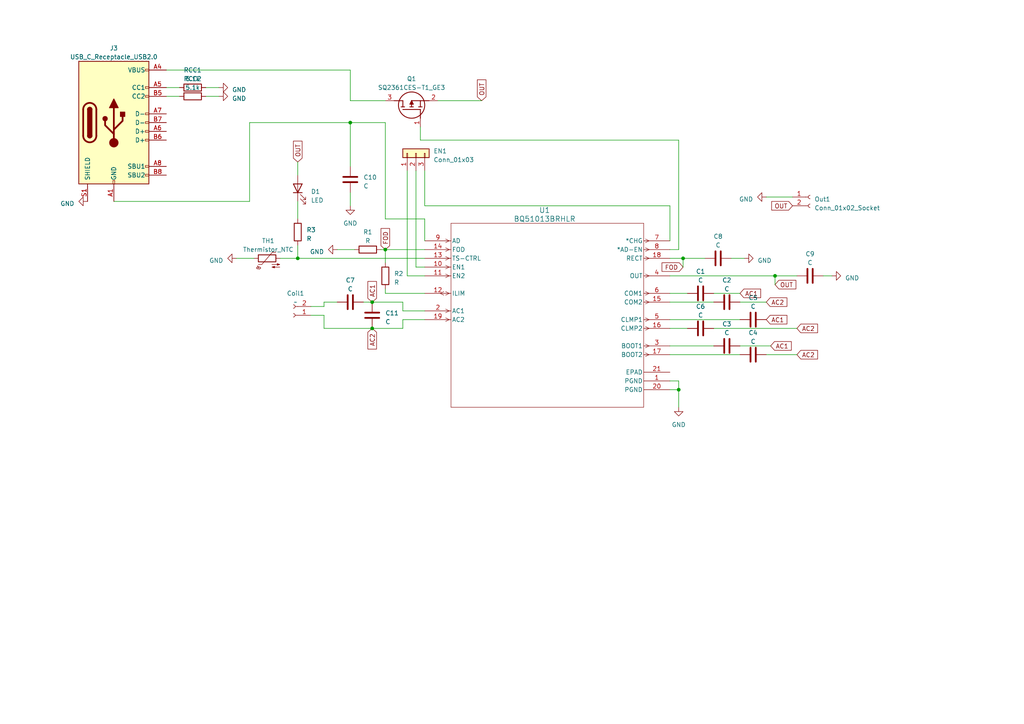
<source format=kicad_sch>
(kicad_sch (version 20230121) (generator eeschema)
  (paper "A4")
  (lib_symbols
    (symbol "BQ5101:BQ51013BRHLR" (pin_names (offset 0.254))
      (property "Reference" "U" (at 35.56 10.16 0))
      (property "Value" "BQ51013BRHLR" (at 35.56 7.62 0))
      (symbol "BQ51013BRHLR_0_1"
        (polyline (pts (xy 5.5372 -15.7607) (xy 4.4958 -15.24)) (stroke (width 0.127)))
        (polyline (pts (xy 5.5372 -14.7193) (xy 4.4958 -15.24)) (stroke (width 0.127)))
        (polyline (pts (xy 7.0993 -22.86) (xy 6.0579 -23.3807)) (stroke (width 0.127)))
        (polyline (pts (xy 7.0993 -22.86) (xy 6.0579 -22.3393)) (stroke (width 0.127)))
        (polyline (pts (xy 7.0993 -20.32) (xy 6.0579 -20.8407)) (stroke (width 0.127)))
        (polyline (pts (xy 7.0993 -20.32) (xy 6.0579 -19.7993)) (stroke (width 0.127)))
        (polyline (pts (xy 7.0993 -15.24) (xy 6.0579 -15.7607)) (stroke (width 0.127)))
        (polyline (pts (xy 7.0993 -15.24) (xy 6.0579 -14.7193)) (stroke (width 0.127)))
        (polyline (pts (xy 7.0993 -10.16) (xy 6.0579 -10.6807)) (stroke (width 0.127)))
        (polyline (pts (xy 7.0993 -10.16) (xy 6.0579 -9.6393)) (stroke (width 0.127)))
        (polyline (pts (xy 7.0993 -7.62) (xy 6.0579 -8.1407)) (stroke (width 0.127)))
        (polyline (pts (xy 7.0993 -7.62) (xy 6.0579 -7.0993)) (stroke (width 0.127)))
        (polyline (pts (xy 7.0993 -5.08) (xy 6.0579 -5.6007)) (stroke (width 0.127)))
        (polyline (pts (xy 7.0993 -5.08) (xy 6.0579 -4.5593)) (stroke (width 0.127)))
        (polyline (pts (xy 7.0993 -2.54) (xy 6.0579 -3.0607)) (stroke (width 0.127)))
        (polyline (pts (xy 7.0993 -2.54) (xy 6.0579 -2.0193)) (stroke (width 0.127)))
        (polyline (pts (xy 7.0993 0) (xy 6.0579 -0.5207)) (stroke (width 0.127)))
        (polyline (pts (xy 7.0993 0) (xy 6.0579 0.5207)) (stroke (width 0.127)))
        (polyline (pts (xy 7.62 -48.26) (xy 63.5 -48.26)) (stroke (width 0.127)))
        (polyline (pts (xy 7.62 5.08) (xy 7.62 -48.26)) (stroke (width 0.127)))
        (polyline (pts (xy 63.5 -48.26) (xy 63.5 5.08)) (stroke (width 0.127)))
        (polyline (pts (xy 63.5 5.08) (xy 7.62 5.08)) (stroke (width 0.127)))
        (polyline (pts (xy 64.0207 -33.5407) (xy 65.0621 -33.02)) (stroke (width 0.127)))
        (polyline (pts (xy 64.0207 -32.4993) (xy 65.0621 -33.02)) (stroke (width 0.127)))
        (polyline (pts (xy 64.0207 -31.0007) (xy 65.0621 -30.48)) (stroke (width 0.127)))
        (polyline (pts (xy 64.0207 -29.9593) (xy 65.0621 -30.48)) (stroke (width 0.127)))
        (polyline (pts (xy 64.0207 -25.9207) (xy 65.0621 -25.4)) (stroke (width 0.127)))
        (polyline (pts (xy 64.0207 -24.8793) (xy 65.0621 -25.4)) (stroke (width 0.127)))
        (polyline (pts (xy 64.0207 -23.3807) (xy 65.0621 -22.86)) (stroke (width 0.127)))
        (polyline (pts (xy 64.0207 -22.3393) (xy 65.0621 -22.86)) (stroke (width 0.127)))
        (polyline (pts (xy 64.0207 -18.3007) (xy 65.0621 -17.78)) (stroke (width 0.127)))
        (polyline (pts (xy 64.0207 -17.2593) (xy 65.0621 -17.78)) (stroke (width 0.127)))
        (polyline (pts (xy 64.0207 -15.7607) (xy 65.0621 -15.24)) (stroke (width 0.127)))
        (polyline (pts (xy 64.0207 -14.7193) (xy 65.0621 -15.24)) (stroke (width 0.127)))
        (polyline (pts (xy 64.0207 -10.6807) (xy 65.0621 -10.16)) (stroke (width 0.127)))
        (polyline (pts (xy 64.0207 -9.6393) (xy 65.0621 -10.16)) (stroke (width 0.127)))
        (polyline (pts (xy 64.0207 -5.6007) (xy 65.0621 -5.08)) (stroke (width 0.127)))
        (polyline (pts (xy 64.0207 -4.5593) (xy 65.0621 -5.08)) (stroke (width 0.127)))
        (polyline (pts (xy 64.0207 -3.0607) (xy 65.0621 -2.54)) (stroke (width 0.127)))
        (polyline (pts (xy 64.0207 -2.0193) (xy 65.0621 -2.54)) (stroke (width 0.127)))
        (polyline (pts (xy 64.0207 -0.5207) (xy 65.0621 0)) (stroke (width 0.127)))
        (polyline (pts (xy 64.0207 0.5207) (xy 65.0621 0)) (stroke (width 0.127)))
        (pin power_in line (at 71.12 -40.64 180) (length 7.62) (name "PGND") (number "1"))
        (pin input line (at 0 -7.62 0) (length 7.62) (name "EN1") (number "10"))
        (pin input line (at 0 -10.16 0) (length 7.62) (name "EN2") (number "11"))
        (pin bidirectional line (at 0 -15.24 0) (length 7.62) (name "ILIM") (number "12"))
        (pin input line (at 0 -5.08 0) (length 7.62) (name "TS-CTRL") (number "13"))
        (pin input line (at 0 -2.54 0) (length 7.62) (name "FOD") (number "14"))
        (pin output line (at 71.12 -17.78 180) (length 7.62) (name "COM2") (number "15"))
        (pin output line (at 71.12 -25.4 180) (length 7.62) (name "CLMP2") (number "16"))
        (pin output line (at 71.12 -33.02 180) (length 7.62) (name "BOOT2") (number "17"))
        (pin output line (at 71.12 -5.08 180) (length 7.62) (name "RECT") (number "18"))
        (pin input line (at 0 -22.86 0) (length 7.62) (name "AC2") (number "19"))
        (pin input line (at 0 -20.32 0) (length 7.62) (name "AC1") (number "2"))
        (pin power_in line (at 71.12 -43.18 180) (length 7.62) (name "PGND") (number "20"))
        (pin unspecified line (at 71.12 -38.1 180) (length 7.62) (name "EPAD") (number "21"))
        (pin output line (at 71.12 -30.48 180) (length 7.62) (name "BOOT1") (number "3"))
        (pin output line (at 71.12 -10.16 180) (length 7.62) (name "OUT") (number "4"))
        (pin output line (at 71.12 -22.86 180) (length 7.62) (name "CLMP1") (number "5"))
        (pin output line (at 71.12 -15.24 180) (length 7.62) (name "COM1") (number "6"))
        (pin output line (at 71.12 0 180) (length 7.62) (name "*CHG") (number "7"))
        (pin output line (at 71.12 -2.54 180) (length 7.62) (name "*AD-EN") (number "8"))
        (pin input line (at 0 0 0) (length 7.62) (name "AD") (number "9"))
      )
    )
    (symbol "Connector:Conn_01x02_Socket" (pin_names (offset 1.016) hide)
      (property "Reference" "J" (at 0 2.54 0))
      (property "Value" "Conn_01x02_Socket" (at 0 -5.08 0))
      (symbol "Conn_01x02_Socket_1_1"
        (arc (start 0 -2.032) (mid -0.5058 -2.54) (end 0 -3.048) (stroke (width 0.1524)))
        (polyline (pts (xy -1.27 -2.54) (xy -0.508 -2.54)) (stroke (width 0.1524)))
        (polyline (pts (xy -1.27 0) (xy -0.508 0)) (stroke (width 0.1524)))
        (arc (start 0 0.508) (mid -0.5058 0) (end 0 -0.508) (stroke (width 0.1524)))
        (pin passive line (at -5.08 0 0) (length 3.81) (name "Pin_1") (number "1"))
        (pin passive line (at -5.08 -2.54 0) (length 3.81) (name "Pin_2") (number "2"))
      )
    )
    (symbol "Connector:USB_C_Receptacle_USB2.0" (pin_names (offset 1.016))
      (property "Reference" "J" (at -10.16 19.05 0))
      (property "Value" "USB_C_Receptacle_USB2.0" (at 19.05 19.05 0))
      (symbol "USB_C_Receptacle_USB2.0_0_0"
        (rectangle (start -0.254 -17.78) (end 0.254 -16.764))
        (rectangle (start 10.16 -14.986) (end 9.144 -15.494))
        (rectangle (start 10.16 -12.446) (end 9.144 -12.954))
        (rectangle (start 10.16 -4.826) (end 9.144 -5.334))
        (rectangle (start 10.16 -2.286) (end 9.144 -2.794))
        (rectangle (start 10.16 0.254) (end 9.144 -0.254))
        (rectangle (start 10.16 2.794) (end 9.144 2.286))
        (rectangle (start 10.16 7.874) (end 9.144 7.366))
        (rectangle (start 10.16 10.414) (end 9.144 9.906))
        (rectangle (start 10.16 15.494) (end 9.144 14.986))
      )
      (symbol "USB_C_Receptacle_USB2.0_0_1"
        (rectangle (start -10.16 17.78) (end 10.16 -17.78) (stroke (width 0.254)) (fill (type background)))
        (arc (start -8.89 -3.81) (mid -6.985 -5.7067) (end -5.08 -3.81) (stroke (width 0.508)))
        (arc (start -7.62 -3.81) (mid -6.985 -4.4423) (end -6.35 -3.81) (stroke (width 0.254)))
        (arc (start -7.62 -3.81) (mid -6.985 -4.4423) (end -6.35 -3.81) (stroke (width 0.254)) (fill (type outline)))
        (rectangle (start -7.62 -3.81) (end -6.35 3.81) (stroke (width 0.254)) (fill (type outline)))
        (arc (start -6.35 3.81) (mid -6.985 4.4423) (end -7.62 3.81) (stroke (width 0.254)))
        (arc (start -6.35 3.81) (mid -6.985 4.4423) (end -7.62 3.81) (stroke (width 0.254)) (fill (type outline)))
        (arc (start -5.08 3.81) (mid -6.985 5.7067) (end -8.89 3.81) (stroke (width 0.508)))
        (circle (center -2.54 1.143) (radius 0.635) (stroke (width 0.254)) (fill (type outline)))
        (circle (center 0 -5.842) (radius 1.27) (fill (type outline)))
        (polyline (pts (xy -8.89 -3.81) (xy -8.89 3.81)) (stroke (width 0.508)))
        (polyline (pts (xy -5.08 3.81) (xy -5.08 -3.81)) (stroke (width 0.508)))
        (polyline (pts (xy 0 -5.842) (xy 0 4.318)) (stroke (width 0.508)))
        (polyline (pts (xy 0 -3.302) (xy -2.54 -0.762) (xy -2.54 0.508)) (stroke (width 0.508)))
        (polyline (pts (xy 0 -2.032) (xy 2.54 0.508) (xy 2.54 1.778)) (stroke (width 0.508)))
        (polyline (pts (xy -1.27 4.318) (xy 0 6.858) (xy 1.27 4.318) (xy -1.27 4.318)) (stroke (width 0.254)) (fill (type outline)))
        (rectangle (start 1.905 1.778) (end 3.175 3.048) (stroke (width 0.254)) (fill (type outline)))
      )
      (symbol "USB_C_Receptacle_USB2.0_1_1"
        (pin passive line (at 0 -22.86 90) (length 5.08) (name "GND") (number "A1"))
        (pin passive line (at 0 -22.86 90) (length 5.08) hide (name "GND") (number "A12"))
        (pin passive line (at 15.24 15.24 180) (length 5.08) (name "VBUS") (number "A4"))
        (pin bidirectional line (at 15.24 10.16 180) (length 5.08) (name "CC1") (number "A5"))
        (pin bidirectional line (at 15.24 -2.54 180) (length 5.08) (name "D+") (number "A6"))
        (pin bidirectional line (at 15.24 2.54 180) (length 5.08) (name "D-") (number "A7"))
        (pin bidirectional line (at 15.24 -12.7 180) (length 5.08) (name "SBU1") (number "A8"))
        (pin passive line (at 15.24 15.24 180) (length 5.08) hide (name "VBUS") (number "A9"))
        (pin passive line (at 0 -22.86 90) (length 5.08) hide (name "GND") (number "B1"))
        (pin passive line (at 0 -22.86 90) (length 5.08) hide (name "GND") (number "B12"))
        (pin passive line (at 15.24 15.24 180) (length 5.08) hide (name "VBUS") (number "B4"))
        (pin bidirectional line (at 15.24 7.62 180) (length 5.08) (name "CC2") (number "B5"))
        (pin bidirectional line (at 15.24 -5.08 180) (length 5.08) (name "D+") (number "B6"))
        (pin bidirectional line (at 15.24 0 180) (length 5.08) (name "D-") (number "B7"))
        (pin bidirectional line (at 15.24 -15.24 180) (length 5.08) (name "SBU2") (number "B8"))
        (pin passive line (at 15.24 15.24 180) (length 5.08) hide (name "VBUS") (number "B9"))
        (pin passive line (at -7.62 -22.86 90) (length 5.08) (name "SHIELD") (number "S1"))
      )
    )
    (symbol "Connector_Generic:Conn_01x03" (pin_names (offset 1.016) hide)
      (property "Reference" "J" (at 0 5.08 0))
      (property "Value" "Conn_01x03" (at 0 -5.08 0))
      (symbol "Conn_01x03_1_1"
        (rectangle (start -1.27 -2.413) (end 0 -2.667) (stroke (width 0.1524)))
        (rectangle (start -1.27 0.127) (end 0 -0.127) (stroke (width 0.1524)))
        (rectangle (start -1.27 2.667) (end 0 2.413) (stroke (width 0.1524)))
        (rectangle (start -1.27 3.81) (end 1.27 -3.81) (stroke (width 0.254)) (fill (type background)))
        (pin passive line (at -5.08 2.54 0) (length 3.81) (name "Pin_1") (number "1"))
        (pin passive line (at -5.08 0 0) (length 3.81) (name "Pin_2") (number "2"))
        (pin passive line (at -5.08 -2.54 0) (length 3.81) (name "Pin_3") (number "3"))
      )
    )
    (symbol "Device:C" (pin_numbers hide) (pin_names (offset 0.254))
      (property "Reference" "C" (at 0.635 2.54 0))
      (property "Value" "C" (at 0.635 -2.54 0))
      (symbol "C_0_1"
        (polyline (pts (xy -2.032 -0.762) (xy 2.032 -0.762)) (stroke (width 0.508)))
        (polyline (pts (xy -2.032 0.762) (xy 2.032 0.762)) (stroke (width 0.508)))
      )
      (symbol "C_1_1"
        (pin passive line (at 0 3.81 270) (length 2.794) (name "~") (number "1"))
        (pin passive line (at 0 -3.81 90) (length 2.794) (name "~") (number "2"))
      )
    )
    (symbol "Device:LED" (pin_numbers hide) (pin_names (offset 1.016) hide)
      (property "Reference" "D" (at 0 2.54 0))
      (property "Value" "LED" (at 0 -2.54 0))
      (symbol "LED_0_1"
        (polyline (pts (xy -1.27 -1.27) (xy -1.27 1.27)) (stroke (width 0.254)))
        (polyline (pts (xy -1.27 0) (xy 1.27 0)))
        (polyline (pts (xy 1.27 -1.27) (xy 1.27 1.27) (xy -1.27 0) (xy 1.27 -1.27)) (stroke (width 0.254)))
        (polyline (pts (xy -3.048 -0.762) (xy -4.572 -2.286) (xy -3.81 -2.286) (xy -4.572 -2.286) (xy -4.572 -1.524)))
        (polyline (pts (xy -1.778 -0.762) (xy -3.302 -2.286) (xy -2.54 -2.286) (xy -3.302 -2.286) (xy -3.302 -1.524)))
      )
      (symbol "LED_1_1"
        (pin passive line (at -3.81 0 0) (length 2.54) (name "K") (number "1"))
        (pin passive line (at 3.81 0 180) (length 2.54) (name "A") (number "2"))
      )
    )
    (symbol "Device:R" (pin_numbers hide) (pin_names (offset 0))
      (property "Reference" "R" (at 2.032 0 90))
      (property "Value" "R" (at 0 0 90))
      (symbol "R_0_1"
        (rectangle (start -1.016 -2.54) (end 1.016 2.54) (stroke (width 0.254)))
      )
      (symbol "R_1_1"
        (pin passive line (at 0 3.81 270) (length 1.27) (name "~") (number "1"))
        (pin passive line (at 0 -3.81 90) (length 1.27) (name "~") (number "2"))
      )
    )
    (symbol "Device:Thermistor_NTC" (pin_numbers hide) (pin_names (offset 0))
      (property "Reference" "TH" (at -4.445 0 90))
      (property "Value" "Thermistor_NTC" (at 3.175 0 90))
      (symbol "Thermistor_NTC_0_1"
        (arc (start -3.048 2.159) (mid -3.0495 2.3143) (end -3.175 2.413))
        (arc (start -3.048 2.159) (mid -2.9736 1.9794) (end -2.794 1.905))
        (arc (start -3.048 2.794) (mid -2.9736 2.6144) (end -2.794 2.54))
        (arc (start -2.794 1.905) (mid -2.6144 1.9794) (end -2.54 2.159))
        (arc (start -2.794 2.54) (mid -2.4393 2.5587) (end -2.159 2.794))
        (arc (start -2.794 3.048) (mid -2.9736 2.9736) (end -3.048 2.794))
        (arc (start -2.54 2.794) (mid -2.6144 2.9736) (end -2.794 3.048))
        (rectangle (start -1.016 2.54) (end 1.016 -2.54) (stroke (width 0.254)))
        (polyline (pts (xy -2.54 2.159) (xy -2.54 2.794)))
        (polyline (pts (xy -1.778 2.54) (xy -1.778 1.524) (xy 1.778 -1.524) (xy 1.778 -2.54)))
        (polyline (pts (xy -2.54 -3.683) (xy -2.54 -1.397) (xy -2.794 -2.159) (xy -2.286 -2.159) (xy -2.54 -1.397) (xy -2.54 -1.651)) (fill (type outline)))
        (polyline (pts (xy -1.778 -1.397) (xy -1.778 -3.683) (xy -2.032 -2.921) (xy -1.524 -2.921) (xy -1.778 -3.683) (xy -1.778 -3.429)) (fill (type outline)))
      )
      (symbol "Thermistor_NTC_1_1"
        (pin passive line (at 0 3.81 270) (length 1.27) (name "~") (number "1"))
        (pin passive line (at 0 -3.81 90) (length 1.27) (name "~") (number "2"))
      )
    )
    (symbol "SQ2361CES:SQ2361CES-T1_GE3" (pin_names hide)
      (property "Reference" "Q" (at 11.43 3.81 0))
      (property "Value" "SQ2361CES-T1_GE3" (at 11.43 1.27 0))
      (symbol "SQ2361CES-T1_GE3_1_1"
        (polyline (pts (xy 2.54 0) (xy 5.08 0)) (stroke (width 0.254)))
        (polyline (pts (xy 5.08 5.08) (xy 5.08 0)) (stroke (width 0.254)))
        (polyline (pts (xy 5.842 -0.508) (xy 5.842 0.508)) (stroke (width 0.254)))
        (polyline (pts (xy 5.842 0) (xy 7.62 0)) (stroke (width 0.254)))
        (polyline (pts (xy 5.842 2.032) (xy 5.842 3.048)) (stroke (width 0.254)))
        (polyline (pts (xy 5.842 5.588) (xy 5.842 4.572)) (stroke (width 0.254)))
        (polyline (pts (xy 7.62 2.54) (xy 5.842 2.54)) (stroke (width 0.254)))
        (polyline (pts (xy 7.62 2.54) (xy 7.62 -2.54)) (stroke (width 0.254)))
        (polyline (pts (xy 7.62 5.08) (xy 5.842 5.08)) (stroke (width 0.254)))
        (polyline (pts (xy 7.62 5.08) (xy 7.62 7.62)) (stroke (width 0.254)))
        (polyline (pts (xy 7.62 2.54) (xy 6.604 3.048) (xy 6.604 2.032) (xy 7.62 2.54)) (stroke (width 0.254)) (fill (type outline)))
        (circle (center 6.35 2.54) (radius 3.81) (stroke (width 0.254)))
        (pin passive line (at 0 0 0) (length 2.54) (name "G") (number "1"))
        (pin passive line (at 7.62 -5.08 90) (length 2.54) (name "S") (number "2"))
        (pin passive line (at 7.62 10.16 270) (length 2.54) (name "D") (number "3"))
      )
    )
    (symbol "power:GND" (power) (pin_names (offset 0))
      (property "Value" "GND" (at 0 -3.81 0))
      (symbol "GND_0_1"
        (polyline (pts (xy 0 0) (xy 0 -1.27) (xy 1.27 -1.27) (xy 0 -2.54) (xy -1.27 -1.27) (xy 0 -1.27)))
      )
      (symbol "GND_1_1"
        (pin power_in line (at 0 0 270) (length 0) hide (name "GND") (number "1"))
      )
    )
  )
  (junction (at 198.12 74.93))
  (junction (at 224.79 80.01))
  (junction (at 111.76 72.39))
  (junction (at 196.85 113.03))
  (junction (at 101.6 35.56))
  (junction (at 107.95 87.63))
  (junction (at 86.36 74.93))
  (junction (at 107.95 95.25))
  (wire (pts (xy 123.19 59.69) (xy 194.31 59.69)))
  (wire (pts (xy 111.76 63.5) (xy 111.76 35.56)))
  (wire (pts (xy 111.76 29.21) (xy 101.6 29.21)))
  (wire (pts (xy 110.49 72.39) (xy 111.76 72.39)))
  (wire (pts (xy 118.11 80.01) (xy 123.19 80.01)))
  (wire (pts (xy 86.36 46.99) (xy 86.36 50.8)))
  (wire (pts (xy 196.85 113.03) (xy 196.85 118.11)))
  (wire (pts (xy 86.36 58.42) (xy 86.36 63.5)))
  (wire (pts (xy 116.84 87.63) (xy 107.95 87.63)))
  (wire (pts (xy 121.92 40.64) (xy 196.85 40.64)))
  (wire (pts (xy 81.28 74.93) (xy 86.36 74.93)))
  (wire (pts (xy 123.19 63.5) (xy 111.76 63.5)))
  (wire (pts (xy 111.76 85.09) (xy 111.76 83.82)))
  (wire (pts (xy 90.17 91.44) (xy 93.98 91.44)))
  (wire (pts (xy 59.69 25.4) (xy 63.5 25.4)))
  (wire (pts (xy 111.76 72.39) (xy 111.76 76.2)))
  (wire (pts (xy 72.39 58.42) (xy 72.39 35.56)))
  (wire (pts (xy 120.65 49.53) (xy 120.65 77.47)))
  (wire (pts (xy 224.79 80.01) (xy 224.79 82.55)))
  (wire (pts (xy 194.31 100.33) (xy 207.01 100.33)))
  (wire (pts (xy 194.31 87.63) (xy 207.01 87.63)))
  (wire (pts (xy 196.85 40.64) (xy 196.85 72.39)))
  (wire (pts (xy 127 29.21) (xy 139.7 29.21)))
  (wire (pts (xy 93.98 95.25) (xy 107.95 95.25)))
  (wire (pts (xy 48.26 20.32) (xy 101.6 20.32)))
  (wire (pts (xy 212.09 74.93) (xy 215.9 74.93)))
  (wire (pts (xy 207.01 95.25) (xy 231.14 95.25)))
  (wire (pts (xy 123.19 85.09) (xy 111.76 85.09)))
  (wire (pts (xy 68.58 74.93) (xy 73.66 74.93)))
  (wire (pts (xy 59.69 27.94) (xy 63.5 27.94)))
  (wire (pts (xy 123.19 92.71) (xy 116.84 92.71)))
  (wire (pts (xy 214.63 100.33) (xy 223.52 100.33)))
  (wire (pts (xy 222.25 57.15) (xy 229.87 57.15)))
  (wire (pts (xy 214.63 87.63) (xy 222.25 87.63)))
  (wire (pts (xy 48.26 25.4) (xy 52.07 25.4)))
  (wire (pts (xy 194.31 102.87) (xy 214.63 102.87)))
  (wire (pts (xy 224.79 80.01) (xy 231.14 80.01)))
  (wire (pts (xy 101.6 20.32) (xy 101.6 29.21)))
  (wire (pts (xy 207.01 85.09) (xy 214.63 85.09)))
  (wire (pts (xy 86.36 71.12) (xy 86.36 74.93)))
  (wire (pts (xy 116.84 95.25) (xy 107.95 95.25)))
  (wire (pts (xy 121.92 36.83) (xy 121.92 40.64)))
  (wire (pts (xy 33.02 58.42) (xy 72.39 58.42)))
  (wire (pts (xy 116.84 90.17) (xy 116.84 87.63)))
  (wire (pts (xy 194.31 92.71) (xy 214.63 92.71)))
  (wire (pts (xy 194.31 85.09) (xy 199.39 85.09)))
  (wire (pts (xy 105.41 87.63) (xy 107.95 87.63)))
  (wire (pts (xy 123.19 69.85) (xy 123.19 63.5)))
  (wire (pts (xy 93.98 87.63) (xy 93.98 88.9)))
  (wire (pts (xy 111.76 35.56) (xy 101.6 35.56)))
  (wire (pts (xy 194.31 74.93) (xy 198.12 74.93)))
  (wire (pts (xy 116.84 92.71) (xy 116.84 95.25)))
  (wire (pts (xy 123.19 77.47) (xy 120.65 77.47)))
  (wire (pts (xy 196.85 72.39) (xy 194.31 72.39)))
  (wire (pts (xy 86.36 74.93) (xy 123.19 74.93)))
  (wire (pts (xy 194.31 95.25) (xy 199.39 95.25)))
  (wire (pts (xy 101.6 35.56) (xy 101.6 48.26)))
  (wire (pts (xy 97.79 72.39) (xy 102.87 72.39)))
  (wire (pts (xy 118.11 49.53) (xy 118.11 80.01)))
  (wire (pts (xy 198.12 74.93) (xy 204.47 74.93)))
  (wire (pts (xy 196.85 110.49) (xy 196.85 113.03)))
  (wire (pts (xy 48.26 27.94) (xy 52.07 27.94)))
  (wire (pts (xy 93.98 88.9) (xy 90.17 88.9)))
  (wire (pts (xy 93.98 91.44) (xy 93.98 95.25)))
  (wire (pts (xy 97.79 87.63) (xy 93.98 87.63)))
  (wire (pts (xy 238.76 80.01) (xy 241.3 80.01)))
  (wire (pts (xy 72.39 35.56) (xy 101.6 35.56)))
  (wire (pts (xy 194.31 113.03) (xy 196.85 113.03)))
  (wire (pts (xy 198.12 74.93) (xy 198.12 77.47)))
  (wire (pts (xy 194.31 80.01) (xy 224.79 80.01)))
  (wire (pts (xy 101.6 55.88) (xy 101.6 59.69)))
  (wire (pts (xy 194.31 110.49) (xy 196.85 110.49)))
  (wire (pts (xy 194.31 59.69) (xy 194.31 69.85)))
  (wire (pts (xy 111.76 72.39) (xy 123.19 72.39)))
  (wire (pts (xy 123.19 49.53) (xy 123.19 59.69)))
  (wire (pts (xy 222.25 102.87) (xy 231.14 102.87)))
  (wire (pts (xy 123.19 90.17) (xy 116.84 90.17)))
  (global_label "AC2" (shape input) (at 222.25 87.63 0) (property "Intersheetrefs" "${INTERSHEET_REFS}" (effects hide)))
  (global_label "FOD" (shape input) (at 111.76 72.39 90) (property "Intersheetrefs" "${INTERSHEET_REFS}" (effects hide)))
  (global_label "OUT" (shape input) (at 224.79 82.55 0) (property "Intersheetrefs" "${INTERSHEET_REFS}" (effects hide)))
  (global_label "AC1" (shape input) (at 223.52 100.33 0) (property "Intersheetrefs" "${INTERSHEET_REFS}" (effects hide)))
  (global_label "AC1" (shape input) (at 107.95 87.63 90) (property "Intersheetrefs" "${INTERSHEET_REFS}" (effects hide)))
  (global_label "FOD" (shape input) (at 198.12 77.47 180) (property "Intersheetrefs" "${INTERSHEET_REFS}" (effects hide)))
  (global_label "AC1" (shape input) (at 214.63 85.09 0) (property "Intersheetrefs" "${INTERSHEET_REFS}" (effects hide)))
  (global_label "AC2" (shape input) (at 231.14 102.87 0) (property "Intersheetrefs" "${INTERSHEET_REFS}" (effects hide)))
  (global_label "AC2" (shape input) (at 107.95 95.25 270) (property "Intersheetrefs" "${INTERSHEET_REFS}" (effects hide)))
  (global_label "OUT" (shape input) (at 139.7 29.21 90) (property "Intersheetrefs" "${INTERSHEET_REFS}" (effects hide)))
  (global_label "AC1" (shape input) (at 222.25 92.71 0) (property "Intersheetrefs" "${INTERSHEET_REFS}" (effects hide)))
  (global_label "AC2" (shape input) (at 231.14 95.25 0) (property "Intersheetrefs" "${INTERSHEET_REFS}" (effects hide)))
  (global_label "OUT" (shape input) (at 86.36 46.99 90) (property "Intersheetrefs" "${INTERSHEET_REFS}" (effects hide)))
  (global_label "OUT" (shape input) (at 229.87 59.69 180) (property "Intersheetrefs" "${INTERSHEET_REFS}" (effects hide)))
  (symbol (lib_id "power:GND") (at 241.3 80.01 90) (unit 1)
    (property "Reference" "#PWR05" (effects hide))
    (property "Value" "GND" (at 245.11 80.645 90) (effects (justify right)))
  )
  (symbol (lib_id "Connector_Generic:Conn_01x03") (at 120.65 44.45 90) (unit 1)
    (property "Reference" "EN1" (at 125.73 43.815 90) (effects (justify right)))
    (property "Value" "Conn_01x03" (at 125.73 46.355 90) (effects (justify right)))
    (property "Footprint" "Connector_PinSocket_2.54mm:PinSocket_1x03_P2.54mm_Vertical" (effects hide))
  )
  (symbol (lib_id "Device:R") (at 106.68 72.39 270) (unit 1)
    (property "Reference" "R1" (at 106.68 67.31 90))
    (property "Value" "R" (at 106.68 69.85 90))
    (property "Footprint" "Resistor_SMD:R_0603_1608Metric" (effects hide))
  )
  (symbol (lib_id "power:GND") (at 63.5 25.4 90) (unit 1)
    (property "Reference" "#PWR09" (effects hide))
    (property "Value" "GND" (at 67.31 26.035 90) (effects (justify right)))
  )
  (symbol (lib_id "power:GND") (at 25.4 58.42 270) (unit 1)
    (property "Reference" "#PWR08" (effects hide))
    (property "Value" "GND" (at 21.59 59.055 90) (effects (justify right)))
  )
  (symbol (lib_id "Device:R") (at 55.88 25.4 270) (unit 1)
    (property "Reference" "RCC1" (at 55.88 20.32 90))
    (property "Value" "5.1k" (at 55.88 22.86 90))
    (property "Footprint" "Resistor_SMD:R_0603_1608Metric" (effects hide))
  )
  (symbol (lib_id "Device:C") (at 208.28 74.93 90) (unit 1)
    (property "Reference" "C8" (at 208.28 68.58 90))
    (property "Value" "C" (at 208.28 71.12 90))
    (property "Footprint" "Capacitor_SMD:C_0603_1608Metric" (effects hide))
  )
  (symbol (lib_id "Device:C") (at 218.44 92.71 90) (unit 1)
    (property "Reference" "C5" (at 218.44 86.36 90))
    (property "Value" "C" (at 218.44 88.9 90))
    (property "Footprint" "Capacitor_SMD:C_0603_1608Metric" (effects hide))
  )
  (symbol (lib_id "Device:C") (at 218.44 102.87 90) (unit 1)
    (property "Reference" "C4" (at 218.44 96.52 90))
    (property "Value" "C" (at 218.44 99.06 90))
    (property "Footprint" "Capacitor_SMD:C_0603_1608Metric" (effects hide))
  )
  (symbol (lib_id "Connector:USB_C_Receptacle_USB2.0") (at 33.02 35.56 0) (unit 1)
    (property "Reference" "J3" (at 33.02 13.97 0))
    (property "Value" "USB_C_Receptacle_USB2.0" (at 33.02 16.51 0))
    (property "Footprint" "Connector_USB:USB_C_Receptacle_Palconn_UTC16-G" (effects hide))
    (property "Datasheet" "https://www.usb.org/sites/default/files/documents/usb_type-c.zip" (effects hide))
  )
  (symbol (lib_id "Connector:Conn_01x02_Socket") (at 234.95 57.15 0) (unit 1)
    (property "Reference" "Out1" (at 236.22 57.785 0) (effects (justify left)))
    (property "Value" "Conn_01x02_Socket" (at 236.22 60.325 0) (effects (justify left)))
    (property "Footprint" "Connector_PinSocket_2.54mm:PinSocket_1x02_P2.54mm_Vertical" (effects hide))
  )
  (symbol (lib_id "Device:C") (at 210.82 100.33 90) (unit 1)
    (property "Reference" "C3" (at 210.82 93.98 90))
    (property "Value" "C" (at 210.82 96.52 90))
    (property "Footprint" "Capacitor_SMD:C_0603_1608Metric" (effects hide))
  )
  (symbol (lib_id "power:GND") (at 68.58 74.93 270) (unit 1)
    (property "Reference" "#PWR04" (effects hide))
    (property "Value" "GND" (at 64.77 75.565 90) (effects (justify right)))
  )
  (symbol (lib_id "Device:C") (at 203.2 95.25 90) (unit 1)
    (property "Reference" "C6" (at 203.2 88.9 90))
    (property "Value" "C" (at 203.2 91.44 90))
    (property "Footprint" "Capacitor_SMD:C_0603_1608Metric" (effects hide))
  )
  (symbol (lib_id "Device:Thermistor_NTC") (at 77.47 74.93 90) (unit 1)
    (property "Reference" "TH1" (at 77.7875 69.85 90))
    (property "Value" "Thermistor_NTC" (at 77.7875 72.39 90))
    (property "Footprint" "Resistor_SMD:R_0603_1608Metric" (effects hide))
  )
  (symbol (lib_id "Device:R") (at 86.36 67.31 0) (unit 1)
    (property "Reference" "R3" (at 88.9 66.675 0) (effects (justify left)))
    (property "Value" "R" (at 88.9 69.215 0) (effects (justify left)))
    (property "Footprint" "Resistor_SMD:R_0603_1608Metric" (effects hide))
  )
  (symbol (lib_id "power:GND") (at 63.5 27.94 90) (unit 1)
    (property "Reference" "#PWR010" (effects hide))
    (property "Value" "GND" (at 67.31 28.575 90) (effects (justify right)))
  )
  (symbol (lib_id "Device:R") (at 55.88 27.94 270) (unit 1)
    (property "Reference" "RCC2" (at 55.88 22.86 90))
    (property "Value" "5.1k" (at 55.88 25.4 90))
    (property "Footprint" "Resistor_SMD:R_0603_1608Metric" (effects hide))
  )
  (symbol (lib_id "SQ2361CES:SQ2361CES-T1_GE3") (at 121.92 36.83 90) (unit 1)
    (property "Reference" "Q1" (at 119.38 22.86 90))
    (property "Value" "SQ2361CES-T1_GE3" (at 119.38 25.4 90))
    (property "Footprint" "SOT95P237X112-3N" (effects hide))
    (property "Datasheet" "https://componentsearchengine.com/Datasheets/2/SQ2361CES-T1_GE3.pdf" (effects hide))
    (property "Height" "1.12" (effects hide))
    (property "Mouser Part Number" "78-SQ2361CES-T1_GE3" (effects hide))
    (property "Mouser Price/Stock" "https://www.mouser.co.uk/ProductDetail/Vishay-Siliconix/SQ2361CES-T1_GE3?qs=2wMNvWM5ZX57eInxYker3Q%3D%3D" (effects hide))
    (property "Manufacturer_Name" "Vishay" (effects hide))
    (property "Manufacturer_Part_Number" "SQ2361CES-T1_GE3" (effects hide))
  )
  (symbol (lib_id "Device:C") (at 101.6 52.07 180) (unit 1)
    (property "Reference" "C10" (at 105.41 51.435 0) (effects (justify right)))
    (property "Value" "C" (at 105.41 53.975 0) (effects (justify right)))
    (property "Footprint" "Capacitor_SMD:C_0603_1608Metric" (effects hide))
  )
  (symbol (lib_id "power:GND") (at 215.9 74.93 90) (unit 1)
    (property "Reference" "#PWR03" (effects hide))
    (property "Value" "GND" (at 219.71 75.565 90) (effects (justify right)))
  )
  (symbol (lib_id "Device:C") (at 107.95 91.44 180) (unit 1)
    (property "Reference" "C11" (at 111.76 90.805 0) (effects (justify right)))
    (property "Value" "C" (at 111.76 93.345 0) (effects (justify right)))
    (property "Footprint" "Capacitor_SMD:C_0603_1608Metric" (effects hide))
  )
  (symbol (lib_id "power:GND") (at 196.85 118.11 0) (unit 1)
    (property "Reference" "#PWR01" (effects hide))
    (property "Value" "GND" (at 196.85 123.19 0))
  )
  (symbol (lib_id "BQ5101:BQ51013BRHLR") (at 123.19 69.85 0) (unit 1)
    (property "Reference" "U1" (at 157.9689 60.96 0) (effects (font (size 1.524 1.524))))
    (property "Value" "BQ51013BRHLR" (at 157.9689 63.5 0) (effects (font (size 1.524 1.524))))
    (property "Footprint" "TESIS:BQ5101eBRHLR" (effects hide))
    (property "Datasheet" "BQ51013BRHLR" (effects hide))
  )
  (symbol (lib_id "Device:C") (at 234.95 80.01 90) (unit 1)
    (property "Reference" "C9" (at 234.95 73.66 90))
    (property "Value" "C" (at 234.95 76.2 90))
    (property "Footprint" "Capacitor_SMD:C_0603_1608Metric" (effects hide))
  )
  (symbol (lib_id "Device:R") (at 111.76 80.01 0) (unit 1)
    (property "Reference" "R2" (at 114.3 79.375 0) (effects (justify left)))
    (property "Value" "R" (at 114.3 81.915 0) (effects (justify left)))
    (property "Footprint" "Resistor_SMD:R_0603_1608Metric" (effects hide))
  )
  (symbol (lib_id "Device:C") (at 210.82 87.63 90) (unit 1)
    (property "Reference" "C2" (at 210.82 81.28 90))
    (property "Value" "C" (at 210.82 83.82 90))
    (property "Footprint" "Capacitor_SMD:C_0603_1608Metric" (effects hide))
  )
  (symbol (lib_id "power:GND") (at 222.25 57.15 270) (unit 1)
    (property "Reference" "#PWR07" (effects hide))
    (property "Value" "GND" (at 218.44 57.785 90) (effects (justify right)))
  )
  (symbol (lib_id "Device:C") (at 203.2 85.09 90) (unit 1)
    (property "Reference" "C1" (at 203.2 78.74 90))
    (property "Value" "C" (at 203.2 81.28 90))
    (property "Footprint" "Capacitor_SMD:C_0603_1608Metric" (effects hide))
  )
  (symbol (lib_id "power:GND") (at 97.79 72.39 270) (unit 1)
    (property "Reference" "#PWR02" (effects hide))
    (property "Value" "GND" (at 93.98 73.025 90) (effects (justify right)))
  )
  (symbol (lib_id "power:GND") (at 101.6 59.69 0) (unit 1)
    (property "Reference" "#PWR06" (effects hide))
    (property "Value" "GND" (at 101.6 64.77 0))
  )
  (symbol (lib_id "Connector:Conn_01x02_Socket") (at 85.09 91.44 180) (unit 1)
    (property "Reference" "Coil1" (at 85.725 85.09 0))
    (property "Value" "~" (at 85.725 87.63 0))
    (property "Footprint" "TerminalBlock:TerminalBlock_bornier-2_P5.08mm" (effects hide))
  )
  (symbol (lib_id "Device:C") (at 101.6 87.63 90) (unit 1)
    (property "Reference" "C7" (at 101.6 81.28 90))
    (property "Value" "C" (at 101.6 83.82 90))
    (property "Footprint" "Capacitor_SMD:C_0603_1608Metric" (effects hide))
  )
  (symbol (lib_id "Device:LED") (at 86.36 54.61 90) (unit 1)
    (property "Reference" "D1" (at 90.17 55.5625 90) (effects (justify right)))
    (property "Value" "LED" (at 90.17 58.1025 90) (effects (justify right)))
    (property "Footprint" "LED_SMD:LED_0603_1608Metric" (effects hide))
  )
)
</source>
